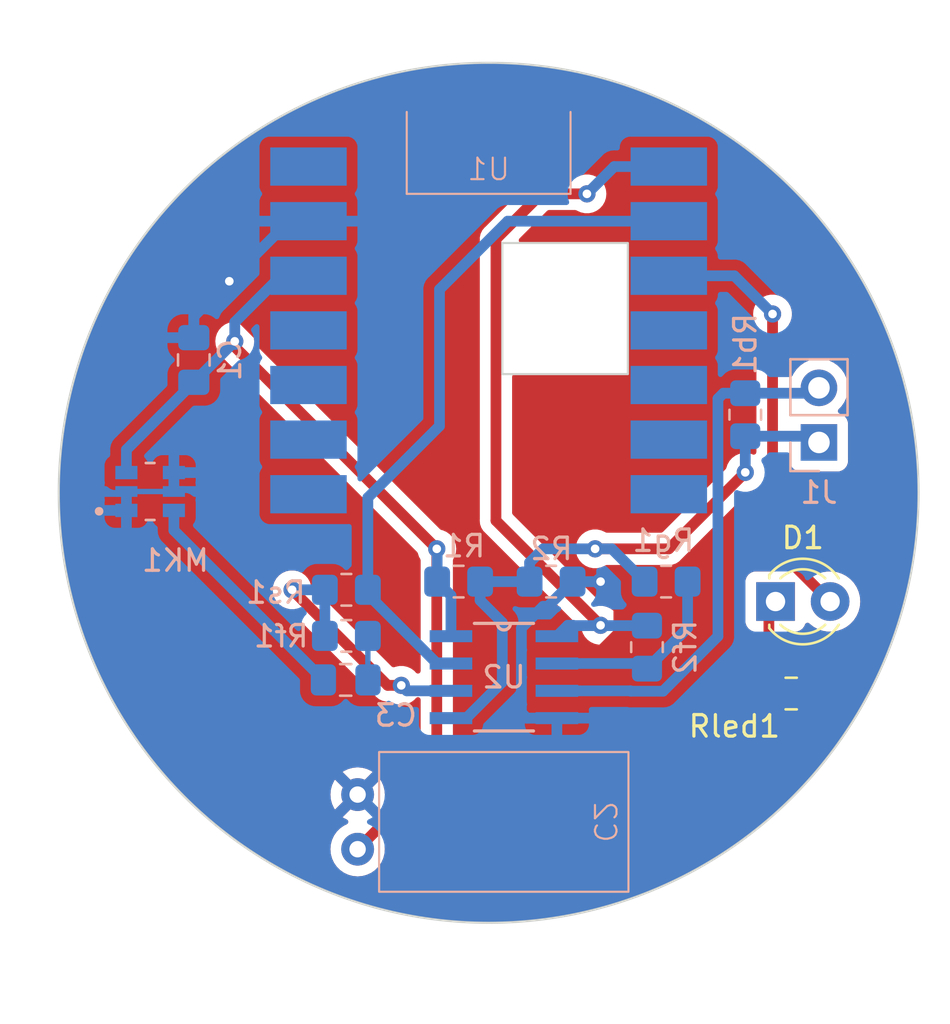
<source format=kicad_pcb>
(kicad_pcb (version 20221018) (generator pcbnew)
  (layers (0 "F.Cu" signal) (31 "B.Cu" signal) (34 "B.Paste" user) (35 "F.Paste" user) (36 "B.SilkS" user "B.Silkscreen") (37 "F.SilkS" user "F.Silkscreen") (38 "B.Mask" user) (39 "F.Mask" user) (44 "Edge.Cuts" user))
  (net 0 "")
  (net 2 "GND")
  (net 3 "/3V3")
  (net 4 "Net-(MK1-OUT)")
  (net 5 "/1{slash}2 3V3")
  (net 6 "/Piezo+")
  (net 7 "/A0")
  (net 8 "/A1")
  (net 9 "/VMM out")
  (net 10 "/IN2-")
  (net 11 "/IN1-")
  (net 12 "Net-(D1-K)")
  (net 21 "/D2")
  (footprint "Capacitor_SMD:C_0805_2012Metric_Pad1.18x1.45mm_HandSolder" (layer "F.Cu") (at 114.5325 59.563)
    (fp_text reference "Rled1" (at -2.6455 1.524) (layer "F.SilkS"))
    (fp_text value "R")
    (fp_line (start -0.261252 -0.735) (end 0.261252 -0.735) (stroke (width 0.12)) (layer "F.SilkS"))
    (fp_line (start -0.261252 0.735) (end 0.261252 0.735) (stroke (width 0.12)) (layer "F.SilkS"))
    (pad "1" smd roundrect (at -1.0375 0) (size 1.175 1.45) (layers "F.Cu" "F.Paste" "F.Mask") (roundrect_rratio 0.212766) (net 12 "Net-(D1-K)"))
    (pad "2" smd roundrect (at 1.0375 0) (size 1.175 1.45) (layers "F.Cu" "F.Paste" "F.Mask") (roundrect_rratio 0.212766) (net 2 "GND"))
  )
  (footprint "LED_THT:LED_D3.0mm" (layer "F.Cu") (at 113.8025 55.283)
    (fp_text reference "D1" (at 1.27 -2.96) (layer "F.SilkS"))
    (fp_text value "LED")
    (fp_line (start -0.29 -1.236) (end -0.29 -1.08) (stroke (width 0.12)) (layer "F.SilkS"))
    (fp_line (start -0.29 1.08) (end -0.29 1.236) (stroke (width 0.12)) (layer "F.SilkS"))
    (fp_arc (start -0.29 -1.235516) (mid 1.366487 -1.987659) (end 2.942335 -1.078608) (stroke (width 0.12)) (layer "F.SilkS"))
    (fp_arc (start 0.229039 -1.08) (mid 1.270117 -1.5) (end 2.31113 -1.079837) (stroke (width 0.12)) (layer "F.SilkS"))
    (fp_arc (start 2.31113 1.079837) (mid 1.270117 1.5) (end 0.229039 1.08) (stroke (width 0.12)) (layer "F.SilkS"))
    (fp_arc (start 2.942335 1.078608) (mid 1.366487 1.987659) (end -0.29 1.235516) (stroke (width 0.12)) (layer "F.SilkS"))
    (pad "1" thru_hole rect (at 0 0) (size 1.8 1.8) (drill 0.9) (layers "*.Cu" "*.Mask") (net 12 "Net-(D1-K)"))
    (pad "2" thru_hole circle (at 2.54 0) (size 1.8 1.8) (drill 0.9) (layers "*.Cu" "*.Mask") (net 21 "/D2"))
  )
  (footprint "Resistor_SMD:R_0805_2012Metric_Pad1.20x1.40mm_HandSolder" (layer "B.Cu") (at 99.06 54.356)
    (fp_text reference "R1" (at 0.254 -1.651) (layer "B.SilkS") (effects (justify mirror)))
    (fp_text value "10K")
    (fp_line (start -0.227064 -0.735) (end 0.227064 -0.735) (stroke (width 0.12)) (layer "B.SilkS"))
    (fp_line (start -0.227064 0.735) (end 0.227064 0.735) (stroke (width 0.12)) (layer "B.SilkS"))
    (pad "1" smd roundrect (at -1 0) (size 1.2 1.4) (layers "B.Cu" "B.Paste" "B.Mask") (roundrect_rratio 0.2083333333) (net 3 "/3V3"))
    (pad "2" smd roundrect (at 1 0) (size 1.2 1.4) (layers "B.Cu" "B.Paste" "B.Mask") (roundrect_rratio 0.2083333333) (net 5 "/1{slash}2 3V3"))
  )
  (footprint "Capacitor_SMD:C_0805_2012Metric_Pad1.18x1.45mm_HandSolder" (layer "B.Cu") (at 93.807 58.928)
    (fp_text reference "C3" (at 2.332 1.651) (layer "B.SilkS") (effects (justify mirror)))
    (fp_text value "0.22uF")
    (fp_line (start -0.261252 -0.735) (end 0.261252 -0.735) (stroke (width 0.12)) (layer "B.SilkS"))
    (fp_line (start -0.261252 0.735) (end 0.261252 0.735) (stroke (width 0.12)) (layer "B.SilkS"))
    (pad "1" smd roundrect (at -1.0375 0) (size 1.175 1.45) (layers "B.Cu" "B.Paste" "B.Mask") (roundrect_rratio 0.2127659574) (net 4 "Net-(MK1-OUT)"))
    (pad "2" smd roundrect (at 1.0375 0) (size 1.175 1.45) (layers "B.Cu" "B.Paste" "B.Mask") (roundrect_rratio 0.2127659574) (net 9 "/VMM out"))
  )
  (footprint "Resistor_SMD:R_0805_2012Metric_Pad1.20x1.40mm_HandSolder" (layer "B.Cu") (at 107.823 57.404 90)
    (fp_text reference "Rf2" (at 0 1.778 90) (layer "B.SilkS") (effects (justify mirror)))
    (fp_text value "470K")
    (fp_line (start -0.227064 -0.735) (end 0.227064 -0.735) (stroke (width 0.12)) (layer "B.SilkS"))
    (fp_line (start -0.227064 0.735) (end 0.227064 0.735) (stroke (width 0.12)) (layer "B.SilkS"))
    (pad "1" smd roundrect (at -1 0 90) (size 1.2 1.4) (layers "B.Cu" "B.Paste" "B.Mask") (roundrect_rratio 0.2083333333) (net 11 "/IN1-"))
    (pad "2" smd roundrect (at 1 0 90) (size 1.2 1.4) (layers "B.Cu" "B.Paste" "B.Mask") (roundrect_rratio 0.2083333333) (net 7 "/A0"))
  )
  (footprint "Connector_PinHeader_2.54mm:PinHeader_1x02_P2.54mm_Vertical" (layer "B.Cu") (at 115.824 47.884)
    (fp_text reference "J1" (at 0 2.33) (layer "B.SilkS") (effects (justify mirror)))
    (fp_text value "Piezo sensor")
    (fp_line (start -1.33 -3.87) (end 1.33 -3.87) (stroke (width 0.12)) (layer "B.SilkS"))
    (fp_line (start -1.33 -1.27) (end -1.33 -3.87) (stroke (width 0.12)) (layer "B.SilkS"))
    (fp_line (start -1.33 -1.27) (end 1.33 -1.27) (stroke (width 0.12)) (layer "B.SilkS"))
    (fp_line (start -1.33 0) (end -1.33 1.33) (stroke (width 0.12)) (layer "B.SilkS"))
    (fp_line (start -1.33 1.33) (end 0 1.33) (stroke (width 0.12)) (layer "B.SilkS"))
    (fp_line (start 1.33 -1.27) (end 1.33 -3.87) (stroke (width 0.12)) (layer "B.SilkS"))
    (pad "1" thru_hole rect (at 0 0) (size 1.7 1.7) (drill 1) (layers "*.Cu" "*.Mask") (net 5 "/1{slash}2 3V3"))
    (pad "2" thru_hole oval (at 0 -2.54) (size 1.7 1.7) (drill 1) (layers "*.Cu" "*.Mask") (net 6 "/Piezo+"))
  )
  (footprint "Resistor_SMD:R_0805_2012Metric_Pad1.20x1.40mm_HandSolder" (layer "B.Cu") (at 93.837 56.881 180)
    (fp_text reference "Rs1" (at 3.286 2.017) (layer "B.SilkS") (effects (justify mirror)))
    (fp_text value "1.5K")
    (fp_line (start -0.227064 -0.735) (end 0.227064 -0.735) (stroke (width 0.12)) (layer "B.SilkS"))
    (fp_line (start -0.227064 0.735) (end 0.227064 0.735) (stroke (width 0.12)) (layer "B.SilkS"))
    (pad "1" smd roundrect (at -1 0 180) (size 1.2 1.4) (layers "B.Cu" "B.Paste" "B.Mask") (roundrect_rratio 0.2083333333) (net 9 "/VMM out"))
    (pad "2" smd roundrect (at 1 0 180) (size 1.2 1.4) (layers "B.Cu" "B.Paste" "B.Mask") (roundrect_rratio 0.2083333333) (net 10 "/IN2-"))
  )
  (footprint "Capacitor_SMD:C_0805_2012Metric_Pad1.18x1.45mm_HandSolder" (layer "B.Cu") (at 86.741 44.0475 90)
    (fp_text reference "C1" (at 0 1.68 90) (layer "B.SilkS") (effects (justify mirror)))
    (fp_text value "0.1uF")
    (fp_line (start -0.261252 -0.735) (end 0.261252 -0.735) (stroke (width 0.12)) (layer "B.SilkS"))
    (fp_line (start -0.261252 0.735) (end 0.261252 0.735) (stroke (width 0.12)) (layer "B.SilkS"))
    (pad "1" smd roundrect (at -1.0375 0 90) (size 1.175 1.45) (layers "B.Cu" "B.Paste" "B.Mask") (roundrect_rratio 0.2127659574) (net 3 "/3V3"))
    (pad "2" smd roundrect (at 1.0375 0 90) (size 1.175 1.45) (layers "B.Cu" "B.Paste" "B.Mask") (roundrect_rratio 0.2127659574) (net 2 "GND"))
  )
  (footprint "Capacitor_THT:300uF_laydown" (layer "B.Cu") (at 94.361 65.532 90)
    (fp_text reference "C2" (at 0 11.5 270 unlocked) (layer "B.SilkS") (effects (font (thickness 0.1)) (justify mirror)))
    (fp_text value "220uF")
    (fp_rect (start -3.25 12.6) (end 3.25 1) (stroke (width 0.1)) (fill none) (layer "B.SilkS"))
    (pad "1" thru_hole circle (at -1.27 0 90) (size 1.524 1.524) (drill 0.762) (layers "*.Cu" "*.Mask") (net 3 "/3V3"))
    (pad "2" thru_hole circle (at 1.27 0 90) (size 1.524 1.524) (drill 0.762) (layers "*.Cu" "*.Mask") (net 2 "GND"))
  )
  (footprint "Resistor_SMD:R_0805_2012Metric_Pad1.20x1.40mm_HandSolder" (layer "B.Cu") (at 93.837 54.737)
    (fp_text reference "Rf1" (at -3.032 2.159) (layer "B.SilkS") (effects (justify mirror)))
    (fp_text value "560K")
    (fp_line (start -0.227064 -0.735) (end 0.227064 -0.735) (stroke (width 0.12)) (layer "B.SilkS"))
    (fp_line (start -0.227064 0.735) (end 0.227064 0.735) (stroke (width 0.12)) (layer "B.SilkS"))
    (pad "1" smd roundrect (at -1 0) (size 1.2 1.4) (layers "B.Cu" "B.Paste" "B.Mask") (roundrect_rratio 0.2083333333) (net 10 "/IN2-"))
    (pad "2" smd roundrect (at 1 0) (size 1.2 1.4) (layers "B.Cu" "B.Paste" "B.Mask") (roundrect_rratio 0.2083333333) (net 8 "/A1"))
  )
  (footprint "op_amp:TLV2772CDR" (layer "B.Cu") (at 101.1682 58.801 180)
    (fp_text reference "U2" (at 0 0 unlocked) (layer "B.SilkS") (effects (justify mirror)))
    (fp_text value "TLV2772CDR")
    (fp_line (start -1.373653 -2.5019) (end 1.373653 -2.5019) (stroke (width 0.1524)) (layer "B.SilkS"))
    (fp_line (start 1.373653 2.5019) (end -1.373653 2.5019) (stroke (width 0.1524)) (layer "B.SilkS"))
    (fp_arc (start -0.3048 2.5019) (mid 0 2.1971) (end 0.3048 2.5019) (stroke (width 0.1524)) (layer "B.SilkS"))
    (pad "1" smd rect (at -2.4638 1.905 180) (size 1.9812 0.5588) (layers "B.Cu" "B.Paste" "B.Mask") (net 7 "/A0"))
    (pad "2" smd rect (at -2.4638 0.635 180) (size 1.9812 0.5588) (layers "B.Cu" "B.Paste" "B.Mask") (net 11 "/IN1-"))
    (pad "3" smd rect (at -2.4638 -0.635 180) (size 1.9812 0.5588) (layers "B.Cu" "B.Paste" "B.Mask") (net 6 "/Piezo+"))
    (pad "4" smd rect (at -2.4638 -1.905 180) (size 1.9812 0.5588) (layers "B.Cu" "B.Paste" "B.Mask") (net 2 "GND"))
    (pad "5" smd rect (at 2.4638 -1.905 180) (size 1.9812 0.5588) (layers "B.Cu" "B.Paste" "B.Mask") (net 5 "/1{slash}2 3V3"))
    (pad "6" smd rect (at 2.4638 -0.635 180) (size 1.9812 0.5588) (layers "B.Cu" "B.Paste" "B.Mask") (net 10 "/IN2-"))
    (pad "7" smd rect (at 2.4638 0.635 180) (size 1.9812 0.5588) (layers "B.Cu" "B.Paste" "B.Mask") (net 8 "/A1"))
    (pad "8" smd rect (at 2.4638 1.905 180) (size 1.9812 0.5588) (layers "B.Cu" "B.Paste" "B.Mask") (net 3 "/3V3"))
  )
  (footprint "Resistor_SMD:R_0805_2012Metric_Pad1.20x1.40mm_HandSolder" (layer "B.Cu") (at 103.362 54.356)
    (fp_text reference "R2" (at 0.016 -1.524) (layer "B.SilkS") (effects (justify mirror)))
    (fp_text value "10K")
    (fp_line (start -0.227064 -0.735) (end 0.227064 -0.735) (stroke (width 0.12)) (layer "B.SilkS"))
    (fp_line (start -0.227064 0.735) (end 0.227064 0.735) (stroke (width 0.12)) (layer "B.SilkS"))
    (pad "1" smd roundrect (at -1 0) (size 1.2 1.4) (layers "B.Cu" "B.Paste" "B.Mask") (roundrect_rratio 0.2083333333) (net 5 "/1{slash}2 3V3"))
    (pad "2" smd roundrect (at 1 0) (size 1.2 1.4) (layers "B.Cu" "B.Paste" "B.Mask") (roundrect_rratio 0.2083333333) (net 2 "GND"))
  )
  (footprint "Resistor_SMD:R_0805_2012Metric_Pad1.20x1.40mm_HandSolder" (layer "B.Cu") (at 112.395 46.593 -90)
    (fp_text reference "Rb1" (at -3.286 0 90) (layer "B.SilkS") (effects (justify mirror)))
    (fp_text value "10M")
    (fp_line (start -0.227064 -0.735) (end 0.227064 -0.735) (stroke (width 0.12)) (layer "B.SilkS"))
    (fp_line (start -0.227064 0.735) (end 0.227064 0.735) (stroke (width 0.12)) (layer "B.SilkS"))
    (pad "1" smd roundrect (at -1 0 270) (size 1.2 1.4) (layers "B.Cu" "B.Paste" "B.Mask") (roundrect_rratio 0.2083333333) (net 6 "/Piezo+"))
    (pad "2" smd roundrect (at 1 0 270) (size 1.2 1.4) (layers "B.Cu" "B.Paste" "B.Mask") (roundrect_rratio 0.2083333333) (net 5 "/1{slash}2 3V3"))
  )
  (footprint "XIAO ESP32 THT:XIAO_SMD" (layer "B.Cu") (at 100.457 42.672 180)
    (fp_text reference "U1" (at 0 7.493 unlocked) (layer "B.SilkS") (effects (font (thickness 0.1)) (justify mirror)))
    (fp_text value "~")
    (fp_line (start -3.81 6.35) (end 3.81 6.35) (stroke (width 0.1)) (layer "B.SilkS"))
    (fp_line (start -3.81 10.16) (end -3.81 6.35) (stroke (width 0.1)) (layer "B.SilkS"))
    (fp_line (start 3.81 6.35) (end 3.81 10.16) (stroke (width 0.1)) (layer "B.SilkS"))
    (pad "1" smd rect (at -7.62 7.62 180) (size 3.556 1.778) (drill (offset -0.762 0)) (layers "B.Cu" "B.Paste" "B.Mask") (net 7 "/A0"))
    (pad "2" smd rect (at -7.62 5.08 180) (size 3.556 1.778) (drill (offset -0.762 0)) (layers "B.Cu" "B.Paste" "B.Mask") (net 8 "/A1"))
    (pad "3" smd rect (at -7.62 2.54 180) (size 3.556 1.778) (drill (offset -0.762 0)) (layers "B.Cu" "B.Paste" "B.Mask") (net 21 "/D2"))
    (pad "4" smd rect (at -7.62 0 180) (size 3.556 1.778) (drill (offset -0.762 0)) (layers "B.Cu" "B.Paste" "B.Mask"))
    (pad "5" smd rect (at -7.62 -2.54 180) (size 3.556 1.778) (drill (offset -0.762 0)) (layers "B.Cu" "B.Paste" "B.Mask"))
    (pad "6" smd rect (at -7.62 -5.08 180) (size 3.556 1.778) (drill (offset -0.762 0)) (layers "B.Cu" "B.Paste" "B.Mask"))
    (pad "7" smd rect (at -7.62 -7.62 180) (size 3.556 1.778) (drill (offset -0.762 0)) (layers "B.Cu" "B.Paste" "B.Mask"))
    (pad "8" smd rect (at 7.62 7.62 180) (size 3.556 1.778) (drill (offset 0.762 0)) (layers "B.Cu" "B.Paste" "B.Mask"))
    (pad "9" smd rect (at 7.62 5.08 180) (size 3.556 1.778) (drill (offset 0.762 0)) (layers "B.Cu" "B.Paste" "B.Mask") (net 2 "GND"))
    (pad "10" smd rect (at 7.62 2.54 180) (size 3.556 1.778) (drill (offset 0.762 0)) (layers "B.Cu" "B.Paste" "B.Mask") (net 3 "/3V3"))
    (pad "11" smd rect (at 7.62 0 180) (size 3.556 1.778) (drill (offset 0.762 0)) (layers "B.Cu" "B.Paste" "B.Mask"))
    (pad "12" smd rect (at 7.62 -2.54 180) (size 3.556 1.778) (drill (offset 0.762 0)) (layers "B.Cu" "B.Paste" "B.Mask"))
    (pad "13" smd rect (at 7.62 -5.08 180) (size 3.556 1.778) (drill (offset 0.762 0)) (layers "B.Cu" "B.Paste" "B.Mask"))
    (pad "14" smd rect (at 7.62 -7.62 180) (size 3.556 1.778) (drill (offset 0.762 0)) (layers "B.Cu" "B.Paste" "B.Mask"))
  )
  (footprint "Resistor_SMD:R_0805_2012Metric_Pad1.20x1.40mm_HandSolder" (layer "B.Cu") (at 108.712 54.356)
    (fp_text reference "Rg1" (at -0.127 -1.905) (layer "B.SilkS") (effects (justify mirror)))
    (fp_text value "10K")
    (fp_line (start -0.227064 -0.735) (end 0.227064 -0.735) (stroke (width 0.12)) (layer "B.SilkS"))
    (fp_line (start -0.227064 0.735) (end 0.227064 0.735) (stroke (width 0.12)) (layer "B.SilkS"))
    (pad "1" smd roundrect (at -1 0) (size 1.2 1.4) (layers "B.Cu" "B.Paste" "B.Mask") (roundrect_rratio 0.2083333333) (net 5 "/1{slash}2 3V3"))
    (pad "2" smd roundrect (at 1 0) (size 1.2 1.4) (layers "B.Cu" "B.Paste" "B.Mask") (roundrect_rratio 0.2083333333) (net 11 "/IN1-"))
  )
  (footprint "Sensor_Audio:MIC_VMM-1627L-R" (layer "B.Cu") (at 84.709 50.165)
    (fp_text reference "MK1" (at 1.175 3.21) (layer "B.SilkS") (effects (justify mirror)))
    (fp_text value "VMM-1627L-R")
    (fp_line (start -0.2 -1.325) (end 0.2 -1.325) (stroke (width 0.127)) (layer "B.SilkS"))
    (fp_line (start -0.2 1.325) (end 0.2 1.325) (stroke (width 0.127)) (layer "B.SilkS"))
    (fp_circle (center -2.375 0.92) (end -2.275 0.92) (stroke (width 0.2)) (fill none) (layer "B.SilkS"))
    (pad "1" smd rect (at -1.105 0.88) (size 1.03 0.62) (layers "B.Cu" "B.Paste" "B.Mask") (net 2 "GND"))
    (pad "2" smd rect (at -1.105 0) (size 1.03 0.5) (layers "B.Cu" "B.Paste" "B.Mask") (net 2 "GND"))
    (pad "3" smd rect (at -1.105 -0.88) (size 1.03 0.62) (layers "B.Cu" "B.Paste" "B.Mask") (net 3 "/3V3"))
    (pad "4" smd rect (at 1.105 -0.88) (size 1.03 0.62) (layers "B.Cu" "B.Paste" "B.Mask") (net 2 "GND"))
    (pad "5" smd rect (at 1.105 0) (size 1.03 0.5) (layers "B.Cu" "B.Paste" "B.Mask") (net 2 "GND"))
    (pad "6" smd rect (at 1.105 0.88) (size 1.03 0.62) (layers "B.Cu" "B.Paste" "B.Mask") (net 4 "Net-(MK1-OUT)"))
  )
  (gr_circle (center 100.457 50.226) (end 120.457 50.226) (stroke (width 0.1)) (fill none) (layer "Edge.Cuts"))
  (gr_rect (start 101.092 38.608) (end 106.934 44.704) (stroke (width 0.1)) (fill none) (layer "Edge.Cuts"))
  (segment (start 88.392 40.386) (end 88.392 41.529) (width 0.5) (layer "F.Cu") (net 2))
  (segment (start 104.423541 57.560541) (end 105.693541 57.560541) (width 0.5) (layer "F.Cu") (net 2))
  (segment (start 88.392 41.529) (end 104.423541 57.560541) (width 0.5) (layer "F.Cu") (net 2))
  (segment (start 106.514 56.740082) (end 105.693541 57.560541) (width 0.5) (layer "F.Cu") (net 2))
  (segment (start 105.664 54.356) (end 106.514 55.206) (width 0.5) (layer "F.Cu") (net 2))
  (segment (start 106.514 55.206) (end 106.514 56.740082) (width 0.5) (layer "F.Cu") (net 2))
  (via (at 105.664 54.356) (size 0.8) (drill 0.4) (layers "F.Cu" "B.Cu") (net 2))
  (via (at 88.392 40.386) (size 0.8) (drill 0.4) (layers "F.Cu" "B.Cu") (net 2))
  (segment (start 101.981 60.452) (end 102.235 60.706) (width 0.5) (layer "B.Cu") (net 2))
  (segment (start 83.604 50.165) (end 83.604 51.045) (width 0.25) (layer "B.Cu") (net 2))
  (segment (start 88.377 40.386) (end 88.392 40.386) (width 0.5) (layer "B.Cu") (net 2))
  (segment (start 104.362 54.356) (end 103.212 55.506) (width 0.5) (layer "B.Cu") (net 2))
  (segment (start 92.837 37.592) (end 92.71 37.592) (width 0.25) (layer "B.Cu") (net 2))
  (segment (start 85.814 50.165) (end 85.814 49.285) (width 0.25) (layer "B.Cu") (net 2))
  (segment (start 102.99 55.506) (end 101.981 56.515) (width 0.5) (layer "B.Cu") (net 2))
  (segment (start 91.171 37.592) (end 88.392 40.371) (width 0.5) (layer "B.Cu") (net 2))
  (segment (start 92.837 37.592) (end 91.171 37.592) (width 0.5) (layer "B.Cu") (net 2))
  (segment (start 102.235 60.706) (end 103.632 60.706) (width 0.5) (layer "B.Cu") (net 2))
  (segment (start 103.212 55.506) (end 102.99 55.506) (width 0.5) (layer "B.Cu") (net 2))
  (segment (start 88.392 40.371) (end 88.392 40.386) (width 0.5) (layer "B.Cu") (net 2))
  (segment (start 86.741 43.01) (end 86.741 42.022) (width 0.5) (layer "B.Cu") (net 2))
  (segment (start 101.981 56.515) (end 101.981 60.452) (width 0.5) (layer "B.Cu") (net 2))
  (segment (start 86.741 42.022) (end 88.377 40.386) (width 0.5) (layer "B.Cu") (net 2))
  (segment (start 83.604 50.165) (end 85.814 50.165) (width 0.25) (layer "B.Cu") (net 2))
  (segment (start 104.362 54.356) (end 105.664 54.356) (width 0.5) (layer "B.Cu") (net 2))
  (segment (start 98.044 52.832) (end 98.044 63.119) (width 0.5) (layer "F.Cu") (net 3))
  (segment (start 98.044 63.119) (end 94.361 66.802) (width 0.5) (layer "F.Cu") (net 3))
  (segment (start 88.646 43.434) (end 98.044 52.832) (width 0.5) (layer "F.Cu") (net 3))
  (segment (start 88.646 43.18) (end 88.646 43.434) (width 0.5) (layer "F.Cu") (net 3))
  (via (at 88.646 43.18) (size 0.8) (drill 0.4) (layers "F.Cu" "B.Cu") (net 3))
  (via (at 98.044 52.832) (size 0.8) (drill 0.4) (layers "F.Cu" "B.Cu") (net 3))
  (segment (start 90.805 40.132) (end 92.71 40.132) (width 0.25) (layer "B.Cu") (net 3))
  (segment (start 98.7044 56.896) (end 98.7044 55.0004) (width 0.5) (layer "B.Cu") (net 3))
  (segment (start 88.646 42.291) (end 90.805 40.132) (width 0.5) (layer "B.Cu") (net 3))
  (segment (start 83.604 48.222) (end 86.741 45.085) (width 0.5) (layer "B.Cu") (net 3))
  (segment (start 88.646 43.18) (end 86.741 45.085) (width 0.5) (layer "B.Cu") (net 3))
  (segment (start 98.06 52.848) (end 98.044 52.832) (width 0.5) (layer "B.Cu") (net 3))
  (segment (start 98.7044 55.0004) (end 98.06 54.356) (width 0.5) (layer "B.Cu") (net 3))
  (segment (start 83.604 49.285) (end 83.604 48.222) (width 0.5) (layer "B.Cu") (net 3))
  (segment (start 88.646 43.18) (end 88.646 42.291) (width 0.5) (layer "B.Cu") (net 3))
  (segment (start 98.06 54.356) (end 98.06 52.848) (width 0.5) (layer "B.Cu") (net 3))
  (segment (start 85.814 51.9725) (end 85.814 51.045) (width 0.5) (layer "B.Cu") (net 4))
  (segment (start 92.7695 58.928) (end 85.814 51.9725) (width 0.5) (layer "B.Cu") (net 4))
  (segment (start 108.839 52.832) (end 112.395 49.276) (width 0.5) (layer "F.Cu") (net 5))
  (segment (start 105.41 52.832) (end 108.839 52.832) (width 0.5) (layer "F.Cu") (net 5))
  (via (at 105.41 52.832) (size 0.8) (drill 0.4) (layers "F.Cu" "B.Cu") (net 5))
  (via (at 112.395 49.276) (size 0.8) (drill 0.4) (layers "F.Cu" "B.Cu") (net 5))
  (segment (start 101.092 56.261) (end 101.092 59.0296) (width 0.5) (layer "B.Cu") (net 5))
  (segment (start 100.06 54.356) (end 100.06 55.229) (width 0.5) (layer "B.Cu") (net 5))
  (segment (start 102.362 54.356) (end 102.362 53.467) (width 0.5) (layer "B.Cu") (net 5))
  (segment (start 100.06 55.229) (end 101.092 56.261) (width 0.5) (layer "B.Cu") (net 5))
  (segment (start 112.395 47.593) (end 115.533 47.593) (width 0.5) (layer "B.Cu") (net 5))
  (segment (start 99.4156 60.706) (end 98.7044 60.706) (width 0.25) (layer "B.Cu") (net 5))
  (segment (start 102.362 53.467) (end 102.997 52.832) (width 0.5) (layer "B.Cu") (net 5))
  (segment (start 106.188 52.832) (end 107.712 54.356) (width 0.5) (layer "B.Cu") (net 5))
  (segment (start 115.533 47.593) (end 115.824 47.884) (width 0.5) (layer "B.Cu") (net 5))
  (segment (start 101.092 59.0296) (end 99.4156 60.706) (width 0.5) (layer "B.Cu") (net 5))
  (segment (start 112.395 47.593) (end 112.395 49.276) (width 0.5) (layer "B.Cu") (net 5))
  (segment (start 100.06 54.356) (end 102.362 54.356) (width 0.5) (layer "B.Cu") (net 5))
  (segment (start 105.41 52.832) (end 106.188 52.832) (width 0.5) (layer "B.Cu") (net 5))
  (segment (start 102.997 52.832) (end 105.41 52.832) (width 0.5) (layer "B.Cu") (net 5))
  (segment (start 111.125 56.898878) (end 108.569878 59.454) (width 0.5) (layer "B.Cu") (net 6))
  (segment (start 111.125 45.847) (end 111.125 56.898878) (width 0.5) (layer "B.Cu") (net 6))
  (segment (start 107.058122 59.436) (end 103.632 59.436) (width 0.5) (layer "B.Cu") (net 6))
  (segment (start 108.569878 59.454) (end 107.076122 59.454) (width 0.5) (layer "B.Cu") (net 6))
  (segment (start 115.575 45.593) (end 115.824 45.344) (width 0.5) (layer "B.Cu") (net 6))
  (segment (start 112.395 45.593) (end 115.575 45.593) (width 0.5) (layer "B.Cu") (net 6))
  (segment (start 112.395 45.593) (end 111.379 45.593) (width 0.5) (layer "B.Cu") (net 6))
  (segment (start 107.076122 59.454) (end 107.058122 59.436) (width 0.5) (layer "B.Cu") (net 6))
  (segment (start 111.379 45.593) (end 111.125 45.847) (width 0.5) (layer "B.Cu") (net 6))
  (segment (start 100.797 38.428183) (end 102.903183 36.322) (width 0.5) (layer "F.Cu") (net 7))
  (segment (start 102.903183 36.322) (end 105.029 36.322) (width 0.5) (layer "F.Cu") (net 7))
  (segment (start 105.664 56.388) (end 100.797 51.521) (width 0.5) (layer "F.Cu") (net 7))
  (segment (start 100.797 51.521) (end 100.797 38.428183) (width 0.5) (layer "F.Cu") (net 7))
  (via (at 105.029 36.322) (size 0.8) (drill 0.4) (layers "F.Cu" "B.Cu") (net 7))
  (via (at 105.664 56.388) (size 0.8) (drill 0.4) (layers "F.Cu" "B.Cu") (net 7))
  (segment (start 104.394 56.388) (end 104.41 56.404) (width 0.25) (layer "B.Cu") (net 7))
  (segment (start 103.632 56.896) (end 104.14 56.388) (width 0.5) (layer "B.Cu") (net 7))
  (segment (start 105.664 56.388) (end 105.68 56.404) (width 0.5) (layer "B.Cu") (net 7))
  (segment (start 108.077 35.052) (end 106.299 35.052) (width 0.5) (layer "B.Cu") (net 7))
  (segment (start 104.41 56.404) (end 105.648 56.404) (width 0.5) (layer "B.Cu") (net 7))
  (segment (start 104.14 56.388) (end 104.394 56.388) (width 0.5) (layer "B.Cu") (net 7))
  (segment (start 105.648 56.404) (end 105.664 56.388) (width 0.5) (layer "B.Cu") (net 7))
  (segment (start 105.68 56.404) (end 107.823 56.404) (width 0.5) (layer "B.Cu") (net 7))
  (segment (start 106.299 35.052) (end 105.029 36.322) (width 0.5) (layer "B.Cu") (net 7))
  (segment (start 98.0544 58.166) (end 94.837 54.9486) (width 0.5) (layer "B.Cu") (net 8))
  (segment (start 94.837 50.451) (end 98.171 47.117) (width 0.5) (layer "B.Cu") (net 8))
  (segment (start 98.7044 58.166) (end 98.0544 58.166) (width 0.5) (layer "B.Cu") (net 8))
  (segment (start 98.171 47.117) (end 98.171 40.767) (width 0.5) (layer "B.Cu") (net 8))
  (segment (start 94.837 54.9486) (end 94.837 54.737) (width 0.25) (layer "B.Cu") (net 8))
  (segment (start 98.171 40.767) (end 101.346 37.592) (width 0.5) (layer "B.Cu") (net 8))
  (segment (start 94.837 54.737) (end 94.837 50.451) (width 0.5) (layer "B.Cu") (net 8))
  (segment (start 101.346 37.592) (end 107.95 37.592) (width 0.5) (layer "B.Cu") (net 8))
  (segment (start 94.837 56.881) (end 94.837 58.9205) (width 0.25) (layer "B.Cu") (net 9))
  (segment (start 94.8445 56.8885) (end 94.837 56.881) (width 0.25) (layer "B.Cu") (net 9))
  (segment (start 94.837 58.9205) (end 94.8445 58.928) (width 0.25) (layer "B.Cu") (net 9))
  (segment (start 91.313 54.737) (end 95.758 59.182) (width 0.5) (layer "F.Cu") (net 10))
  (segment (start 95.758 59.182) (end 96.393 59.182) (width 0.5) (layer "F.Cu") (net 10))
  (via (at 96.393 59.182) (size 0.8) (drill 0.4) (layers "F.Cu" "B.Cu") (net 10))
  (via (at 91.313 54.737) (size 0.8) (drill 0.4) (layers "F.Cu" "B.Cu") (net 10))
  (segment (start 96.647 59.436) (end 96.393 59.182) (width 0.5) (layer "B.Cu") (net 10))
  (segment (start 92.837 56.881) (end 92.837 54.737) (width 0.5) (layer "B.Cu") (net 10))
  (segment (start 92.837 54.737) (end 91.313 54.737) (width 0.5) (layer "B.Cu") (net 10))
  (segment (start 98.7044 59.436) (end 96.647 59.436) (width 0.5) (layer "B.Cu") (net 10))
  (segment (start 107.585 58.166) (end 107.823 58.404) (width 0.25) (layer "B.Cu") (net 11))
  (segment (start 103.632 58.166) (end 107.585 58.166) (width 0.5) (layer "B.Cu") (net 11))
  (segment (start 109.712 56.515) (end 107.823 58.404) (width 0.5) (layer "B.Cu") (net 11))
  (segment (start 109.712 54.356) (end 109.712 56.515) (width 0.5) (layer "B.Cu") (net 11))
  (segment (start 113.495 55.5905) (end 113.8025 55.283) (width 0.25) (layer "F.Cu") (net 12))
  (segment (start 113.495 59.563) (end 113.495 55.5905) (width 0.5) (layer "F.Cu") (net 12))
  (segment (start 114.649 50.768) (end 113.665 49.784) (width 0.5) (layer "F.Cu") (net 21))
  (segment (start 114.649 53.5895) (end 114.649 50.768) (width 0.5) (layer "F.Cu") (net 21))
  (segment (start 116.3425 55.283) (end 114.649 53.5895) (width 0.5) (layer "F.Cu") (net 21))
  (segment (start 113.665 49.784) (end 113.665 41.91) (width 0.5) (layer "F.Cu") (net 21))
  (via (at 113.665 41.91) (size 0.8) (drill 0.4) (layers "F.Cu" "B.Cu") (net 21))
  (segment (start 111.887 40.132) (end 113.665 41.91) (width 0.5) (layer "B.Cu") (net 21))
  (segment (start 108.077 40.132) (end 111.887 40.132) (width 0.5) (layer "B.Cu") (net 21))
  (zone (net 2) (net_name "GND") (layers "F&B.Cu") (connect_pads (clearance 0.5)) (min_thickness 0.25) (fill yes (thermal_gap 0.5) (thermal_bridge_width 0.5))
    (polygon (pts (xy 77.724 27.432) (xy 121.031 27.305) (xy 121.92 74.93) (xy 79.502 74.422)))
  )
)
</source>
